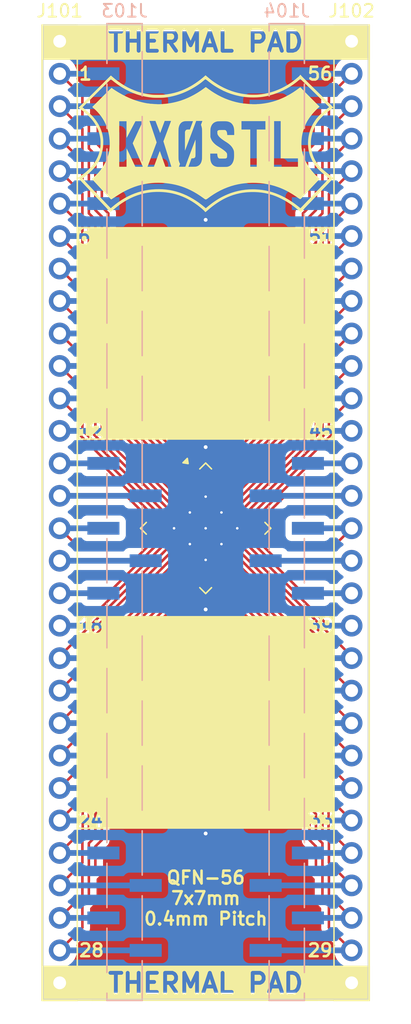
<source format=kicad_pcb>
(kicad_pcb (version 20241229) (generator "pcbnew") (generator_version "9.0")
  (layers (0 "F.Cu" signal) (2 "B.Cu" signal) (13 "F.Paste" user) (15 "B.Paste" user) (5 "F.SilkS" user "F.Silkscreen") (7 "B.SilkS" user "B.Silkscreen") (1 "F.Mask" user) (3 "B.Mask" user) (25 "Edge.Cuts" user))
  (net 0 "")
  (net 1 "/27")
  (net 2 "/10")
  (net 3 "/3")
  (net 4 "/6")
  (net 5 "/8")
  (net 6 "/1")
  (net 7 "/31")
  (net 8 "/7")
  (net 9 "/28")
  (net 10 "/2")
  (net 11 "/32")
  (net 12 "/24")
  (net 13 "/23")
  (net 14 "/19")
  (net 15 "/20")
  (net 16 "/18")
  (net 17 "/9")
  (net 18 "/14")
  (net 19 "/34")
  (net 20 "/26")
  (net 21 "/21")
  (net 22 "/16")
  (net 23 "/29")
  (net 24 "/15")
  (net 25 "/25")
  (net 26 "/30")
  (net 27 "/33")
  (net 28 "/17")
  (net 29 "/5")
  (net 30 "/4")
  (net 31 "/13")
  (net 32 "/12")
  (net 33 "/11")
  (net 34 "/22")
  (net 35 "/43")
  (net 36 "/40")
  (net 37 "/41")
  (net 38 "/48")
  (net 39 "/35")
  (net 40 "/37")
  (net 41 "/49")
  (net 42 "/45")
  (net 43 "/47")
  (net 44 "/39")
  (net 45 "/46")
  (net 46 "/44")
  (net 47 "/42")
  (net 48 "/38")
  (net 49 "/36")
  (net 50 "/57")
  (net 51 "/52")
  (net 52 "/54")
  (net 53 "/56")
  (net 54 "/55")
  (net 55 "/51")
  (net 56 "/53")
  (net 57 "/50")
  (footprint "Package_DFN_QFN:QFN-56-1EP_7x7mm_P0.4mm_EP4x4mm_ThermalVias" (layer "F.Cu") (at 138.43 121.92 -45)
    (property "Reference" "U101" (hide yes))
    (property "Value" "QFN-48")
  )
  (footprint "libraries:LogoSmall" (layer "F.Cu") (at 138.430934 91.818409)
    (property "Reference" "G***" (hide yes))
    (property "Value" "LOGO" (hide yes))
  )
  (footprint "Connector_PinHeader_2.54mm:PinHeader_1x30_P2.54mm_Vertical" (layer "F.Cu") (at 127 83.82)
    (property "Reference" "J101")
    (property "Value" "Conn_01x26")
  )
  (footprint "Connector_PinHeader_2.54mm:PinHeader_1x30_P2.54mm_Vertical" (layer "F.Cu") (at 149.86 83.82)
    (property "Reference" "J102")
    (property "Value" "Conn_01x26")
  )
  (footprint "Connector_PinHeader_2.54mm:PinHeader_1x30_P2.54mm_Vertical_SMD_Pin1Left" (layer "B.Cu") (at 132.08 120.65 180)
    (property "Reference" "J103")
    (property "Value" "Conn_01x26")
  )
  (footprint "Connector_PinHeader_2.54mm:PinHeader_1x30_P2.54mm_Vertical_SMD_Pin1Right" (layer "B.Cu") (at 144.78 120.65 180)
    (property "Reference" "J104")
    (property "Value" "Conn_01x26")
  )
  (gr_rect (start 125.615383 156.185374) (end 130.695383 158.852624) (stroke (width 0.1)) (fill yes) (layer "F.SilkS"))
  (gr_rect (start 130.369738 101.177643) (end 146.465738 114.944643) (stroke (width 0.1)) (fill yes) (layer "F.SilkS"))
  (gr_rect (start 128.409383 130.242) (end 148.475383 143.988) (stroke (width 0.1)) (fill yes) (layer "F.SilkS"))
  (gr_rect (start 130.382133 84.812138) (end 146.180883 85.218538) (stroke (width 0.1)) (fill yes) (layer "F.SilkS"))
  (gr_rect (start 146.053883 156.185374) (end 151.252383 158.852624) (stroke (width 0.1)) (fill yes) (layer "F.SilkS"))
  (gr_rect (start 129.797883 82.551288) (end 146.739633 82.779888) (stroke (width 0.1)) (fill yes) (layer "F.SilkS"))
  (gr_rect (start 130.432883 156.185374) (end 146.485633 156.413724) (stroke (width 0.1)) (fill yes) (layer "F.SilkS"))
  (gr_rect (start 129.493133 158.446224) (end 147.196883 158.852624) (stroke (width 0.1)) (fill yes) (layer "F.SilkS"))
  (gr_rect (start 129.399383 98.401288) (end 146.495383 107.088288) (stroke (width 0.1)) (fill yes) (layer "F.SilkS"))
  (gr_rect (start 130.374383 128.833) (end 146.430383 134.98) (stroke (width 0.1)) (fill yes) (layer "F.SilkS"))
  (gr_rect (start 128.409383 99.779288) (end 148.475383 113.546288) (stroke (width 0.1)) (fill yes) (layer "F.SilkS"))
  (gr_rect (start 125.615383 82.551288) (end 130.695383 85.218538) (stroke (width 0.1)) (fill yes) (layer "F.SilkS"))
  (gr_rect (start 130.420624 136.69101) (end 146.476624 145.37801) (stroke (width 0.1)) (fill yes) (layer "F.SilkS"))
  (gr_rect (start 146.066633 82.551288) (end 151.252383 85.218538) (stroke (width 0.1)) (fill yes) (layer "F.SilkS"))
  (gr_rect (start 125.73 82.55) (end 151.13 158.75) (stroke (width 0.05)) (fill no) (layer "Edge.Cuts"))
  (gr_text "39" (at 148.544598 129.544097 0) (layer "F.SilkS" knockout) (effects (font (size 1 1) (thickness 0.2) (bold yes)) (justify right)))
  (gr_text "56" (at 148.475383 86.361288 0) (layer "F.SilkS") (effects (font (size 1 1) (thickness 0.2) (bold yes)) (justify right)))
  (gr_text "29" (at 148.475383 154.94 0) (layer "F.SilkS") (effects (font (size 1 1) (thickness 0.2) (bold yes)) (justify right)))
  (gr_text "12" (at 128.332383 114.331288 0) (layer "F.SilkS" knockout) (effects (font (size 1 1) (thickness 0.2) (bold yes)) (justify left)))
  (gr_text "QFN-56\n7x7mm\n0.4mm Pitch" (at 138.442383 153.055636 0) (layer "F.SilkS") (effects (font (size 1 1) (thickness 0.2) (bold yes)) (justify bottom)))
  (gr_text "51" (at 148.552383 99.10889 0) (layer "F.SilkS" knockout) (effects (font (size 1 1) (thickness 0.2) (bold yes)) (justify right)))
  (gr_text "33" (at 148.562826 144.776461 0) (layer "F.SilkS" knockout) (effects (font (size 1 1) (thickness 0.2) (bold yes)) (justify right)))
  (gr_text "18" (at 128.322383 129.54 0) (layer "F.SilkS" knockout) (effects (font (size 1 1) (thickness 0.2) (bold yes)) (justify left)))
  (gr_text "THERMAL PAD" (at 138.433883 157.518999 0) (layer "F.SilkS" knockout) (effects (font (size 1.5 1.5) (thickness 0.3))))
  (gr_text "24" (at 128.324433 144.78 0) (layer "F.SilkS" knockout) (effects (font (size 1 1) (thickness 0.2) (bold yes)) (justify left)))
  (gr_text "THERMAL PAD" (at 138.433883 83.884913 0) (layer "F.SilkS" knockout) (effects (font (size 1.5 1.5) (thickness 0.3))))
  (gr_text "6" (at 128.312383 99.111288 0) (layer "F.SilkS" knockout) (effects (font (size 1 1) (thickness 0.2) (bold yes)) (justify left)))
  (gr_text "45" (at 148.538176 114.331288 0) (layer "F.SilkS" knockout) (effects (font (size 1 1) (thickness 0.2) (bold yes)) (justify right)))
  (gr_text "1" (at 128.409383 86.361288 0) (layer "F.SilkS") (effects (font (size 1 1) (thickness 0.2) (bold yes)) (justify left)))
  (gr_text "28" (at 128.409383 154.94 0) (layer "F.SilkS") (effects (font (size 1 1) (thickness 0.2) (bold yes)) (justify left)))
  (segment (start 128.778 150.622) (end 127 152.4) (width 0.2) (layer "F.Cu") (net 1))
  (segment (start 137.404696 126.056574) (end 132.334 131.12727) (width 0.2) (layer "F.Cu") (net 1))
  (segment (start 129.286 148.336) (end 128.778 148.844) (width 0.2) (layer "F.Cu") (net 1))
  (segment (start 129.286 146.558) (end 129.286 148.336) (width 0.2) (layer "F.Cu") (net 1))
  (segment (start 131.318 139.192) (end 130.81 139.7) (width 0.2) (layer "F.Cu") (net 1))
  (segment (start 129.794 146.05) (end 129.286 146.558) (width 0.2) (layer "F.Cu") (net 1))
  (segment (start 131.826 136.906) (end 131.318 137.414) (width 0.2) (layer "F.Cu") (net 1))
  (segment (start 132.334 131.12727) (end 132.334 134.62) (width 0.2) (layer "F.Cu") (net 1))
  (segment (start 131.826 135.128) (end 131.826 136.906) (width 0.2) (layer "F.Cu") (net 1))
  (segment (start 130.81 141.478) (end 130.302 141.986) (width 0.2) (layer "F.Cu") (net 1))
  (segment (start 132.334 134.62) (end 131.826 135.128) (width 0.2) (layer "F.Cu") (net 1))
  (segment (start 130.302 141.986) (end 130.302 143.764) (width 0.2) (layer "F.Cu") (net 1))
  (segment (start 130.302 143.764) (end 129.794 144.272) (width 0.2) (layer "F.Cu") (net 1))
  (segment (start 131.318 137.414) (end 131.318 139.192) (width 0.2) (layer "F.Cu") (net 1))
  (segment (start 128.778 148.844) (end 128.778 150.622) (width 0.2) (layer "F.Cu") (net 1))
  (segment (start 129.794 144.272) (end 129.794 146.05) (width 0.2) (layer "F.Cu") (net 1))
  (segment (start 130.81 139.7) (end 130.81 141.478) (width 0.2) (layer "F.Cu") (net 1))
  (segment (start 130.425 152.4) (end 127 152.4) (width 0.45) (layer "B.Cu") (net 1))
  (segment (start 135.141953 120.046167) (end 129.286 114.190214) (width 0.2) (layer "F.Cu") (net 2))
  (segment (start 129.286 113.284) (end 128.778 112.776) (width 0.2) (layer "F.Cu") (net 2))
  (segment (start 128.778 112.776) (end 128.778 110.998) (width 0.2) (layer "F.Cu") (net 2))
  (segment (start 128.778 110.998) (end 127 109.22) (width 0.2) (layer "F.Cu") (net 2))
  (segment (start 129.286 114.190214) (end 129.286 113.284) (width 0.2) (layer "F.Cu") (net 2))
  (segment (start 133.735 109.22) (end 127 109.22) (width 0.45) (layer "B.Cu") (net 2))
  (segment (start 132.842 111.506) (end 132.334 110.998) (width 0.2) (layer "F.Cu") (net 3))
  (segment (start 130.302 101.854) (end 130.302 100.076) (width 0.2) (layer "F.Cu") (net 3))
  (segment (start 128.778 94.996) (end 128.778 93.218) (width 0.2) (layer "F.Cu") (net 3))
  (segment (start 130.302 100.076) (end 129.794 99.568) (width 0.2) (layer "F.Cu") (net 3))
  (segment (start 131.826 106.934) (end 131.318 106.426) (width 0.2) (layer "F.Cu") (net 3))
  (segment (start 132.842 113.786416) (end 132.842 111.506) (width 0.2) (layer "F.Cu") (net 3))
  (segment (start 128.778 93.218) (end 127 91.44) (width 0.2) (layer "F.Cu") (net 3))
  (segment (start 129.794 97.79) (end 129.286 97.282) (width 0.2) (layer "F.Cu") (net 3))
  (segment (start 129.794 99.568) (end 129.794 97.79) (width 0.2) (layer "F.Cu") (net 3))
  (segment (start 131.318 104.648) (end 130.81 104.14) (width 0.2) (layer "F.Cu") (net 3))
  (segment (start 137.121852 118.066268) (end 132.842 113.786416) (width 0.2) (layer "F.Cu") (net 3))
  (segment (start 131.826 108.712) (end 131.826 106.934) (width 0.2) (layer "F.Cu") (net 3))
  (segment (start 132.334 110.998) (end 132.334 109.22) (width 0.2) (layer "F.Cu") (net 3))
  (segment (start 129.286 95.504) (end 128.778 94.996) (width 0.2) (layer "F.Cu") (net 3))
  (segment (start 132.334 109.22) (end 131.826 108.712) (width 0.2) (layer "F.Cu") (net 3))
  (segment (start 131.318 106.426) (end 131.318 104.648) (width 0.2) (layer "F.Cu") (net 3))
  (segment (start 130.81 102.362) (end 130.302 101.854) (width 0.2) (layer "F.Cu") (net 3))
  (segment (start 129.286 97.282) (end 129.286 95.504) (width 0.2) (layer "F.Cu") (net 3))
  (segment (start 130.81 104.14) (end 130.81 102.362) (width 0.2) (layer "F.Cu") (net 3))
  (segment (start 127 91.44) (end 130.425 91.44) (width 0.45) (layer "B.Cu") (net 3))
  (segment (start 129.794 107.188) (end 129.794 105.41) (width 0.2) (layer "F.Cu") (net 4))
  (segment (start 131.318 113.959472) (end 131.318 112.268) (width 0.2) (layer "F.Cu") (net 4))
  (segment (start 130.81 109.982) (end 130.302 109.474) (width 0.2) (layer "F.Cu") (net 4))
  (segment (start 130.302 109.474) (end 130.302 107.696) (width 0.2) (layer "F.Cu") (net 4))
  (segment (start 128.778 102.616) (end 128.778 100.838) (width 0.2) (layer "F.Cu") (net 4))
  (segment (start 129.286 104.902) (end 129.286 103.124) (width 0.2) (layer "F.Cu") (net 4))
  (segment (start 130.302 107.696) (end 129.794 107.188) (width 0.2) (layer "F.Cu") (net 4))
  (segment (start 129.286 103.124) (end 128.778 102.616) (width 0.2) (layer "F.Cu") (net 4))
  (segment (start 129.794 105.41) (end 129.286 104.902) (width 0.2) (layer "F.Cu") (net 4))
  (segment (start 128.778 100.838) (end 127 99.06) (width 0.2) (layer "F.Cu") (net 4))
  (segment (start 131.318 112.268) (end 130.81 111.76) (width 0.2) (layer "F.Cu") (net 4))
  (segment (start 130.81 111.76) (end 130.81 109.982) (width 0.2) (layer "F.Cu") (net 4))
  (segment (start 136.273325 118.914797) (end 131.318 113.959472) (width 0.2) (layer "F.Cu") (net 4))
  (segment (start 133.735 99.06) (end 127 99.06) (width 0.45) (layer "B.Cu") (net 4))
  (segment (start 128.778 105.918) (end 127 104.14) (width 0.2) (layer "F.Cu") (net 5))
  (segment (start 135.707639 119.480482) (end 130.302 114.074843) (width 0.2) (layer "F.Cu") (net 5))
  (segment (start 130.302 114.074843) (end 130.302 112.776) (width 0.2) (layer "F.Cu") (net 5))
  (segment (start 129.286 109.982) (end 129.286 108.204) (width 0.2) (layer "F.Cu") (net 5))
  (segment (start 129.794 112.268) (end 129.794 110.49) (width 0.2) (layer "F.Cu") (net 5))
  (segment (start 128.778 107.696) (end 128.778 105.918) (width 0.2) (layer "F.Cu") (net 5))
  (segment (start 129.794 110.49) (end 129.286 109.982) (width 0.2) (layer "F.Cu") (net 5))
  (segment (start 130.302 112.776) (end 129.794 112.268) (width 0.2) (layer "F.Cu") (net 5))
  (segment (start 129.286 108.204) (end 128.778 107.696) (width 0.2) (layer "F.Cu") (net 5))
  (segment (start 133.735 104.14) (end 127 104.14) (width 0.45) (layer "B.Cu") (net 5))
  (segment (start 128.778 88.138) (end 127 86.36) (width 0.2) (layer "F.Cu") (net 6))
  (segment (start 129.286 92.202) (end 129.286 90.424) (width 0.2) (layer "F.Cu") (net 6))
  (segment (start 129.286 90.424) (end 128.778 89.916) (width 0.2) (layer "F.Cu") (net 6))
  (segment (start 130.302 96.774) (end 130.302 94.996) (width 0.2) (layer "F.Cu") (net 6))
  (segment (start 133.858 113.671045) (end 133.858 110.998) (width 0.2) (layer "F.Cu") (net 6))
  (segment (start 131.826 103.632) (end 131.826 101.854) (width 0.2) (layer "F.Cu") (net 6))
  (segment (start 131.318 101.346) (end 131.318 99.568) (width 0.2) (layer "F.Cu") (net 6))
  (segment (start 129.794 92.71) (end 129.286 92.202) (width 0.2) (layer "F.Cu") (net 6))
  (segment (start 133.35 110.49) (end 133.35 108.712) (width 0.2) (layer "F.Cu") (net 6))
  (segment (start 132.842 106.426) (end 132.334 105.918) (width 0.2) (layer "F.Cu") (net 6))
  (segment (start 133.858 110.998) (end 133.35 110.49) (width 0.2) (layer "F.Cu") (net 6))
  (segment (start 131.826 101.854) (end 131.318 101.346) (width 0.2) (layer "F.Cu") (net 6))
  (segment (start 130.302 94.996) (end 129.794 94.488) (width 0.2) (layer "F.Cu") (net 6))
  (segment (start 132.334 104.14) (end 131.826 103.632) (width 0.2) (layer "F.Cu") (net 6))
  (segment (start 132.334 105.918) (end 132.334 104.14) (width 0.2) (layer "F.Cu") (net 6))
  (segment (start 130.81 97.282) (end 130.302 96.774) (width 0.2) (layer "F.Cu") (net 6))
  (segment (start 133.35 108.712) (end 132.842 108.204) (width 0.2) (layer "F.Cu") (net 6))
  (segment (start 130.81 99.06) (end 130.81 97.282) (width 0.2) (layer "F.Cu") (net 6))
  (segment (start 131.318 99.568) (end 130.81 99.06) (width 0.2) (layer "F.Cu") (net 6))
  (segment (start 129.794 94.488) (end 129.794 92.71) (width 0.2) (layer "F.Cu") (net 6))
  (segment (start 128.778 89.916) (end 128.778 88.138) (width 0.2) (layer "F.Cu") (net 6))
  (segment (start 137.687538 117.500583) (end 133.858 113.671045) (width 0.2) (layer "F.Cu") (net 6))
  (segment (start 132.842 108.204) (end 132.842 106.426) (width 0.2) (layer "F.Cu") (net 6))
  (segment (start 127 86.36) (end 130.425 86.36) (width 0.45) (layer "B.Cu") (net 6))
  (segment (start 145.542 136.652) (end 146.05 137.16) (width 0.2) (layer "F.Cu") (net 7))
  (segment (start 148.082 148.082) (end 149.86 149.86) (width 0.2) (layer "F.Cu") (net 7))
  (segment (start 146.05 137.16) (end 146.05 138.938) (width 0.2) (layer "F.Cu") (net 7))
  (segment (start 145.034 134.366) (end 145.542 134.874) (width 0.2) (layer "F.Cu") (net 7))
  (segment (start 139.738148 125.773732) (end 145.034 131.069584) (width 0.2) (layer "F.Cu") (net 7))
  (segment (start 147.574 144.018) (end 147.574 145.796) (width 0.2) (layer "F.Cu") (net 7))
  (segment (start 147.066 143.51) (end 147.574 144.018) (width 0.2) (layer "F.Cu") (net 7))
  (segment (start 145.542 134.874) (end 145.542 136.652) (width 0.2) (layer "F.Cu") (net 7))
  (segment (start 146.05 138.938) (end 146.558 139.446) (width 0.2) (layer "F.Cu") (net 7))
  (segment (start 146.558 141.224) (end 147.066 141.732) (width 0.2) (layer "F.Cu") (net 7))
  (segment (start 147.066 141.732) (end 147.066 143.51) (width 0.2) (layer "F.Cu") (net 7))
  (segment (start 147.574 145.796) (end 148.082 146.304) (width 0.2) (layer "F.Cu") (net 7))
  (segment (start 148.082 146.304) (end 148.082 148.082) (width 0.2) (layer "F.Cu") (net 7))
  (segment (start 145.034 131.069584) (end 145.034 134.366) (width 0.2) (layer "F.Cu") (net 7))
  (segment (start 146.558 139.446) (end 146.558 141.224) (width 0.2) (layer "F.Cu") (net 7))
  (segment (start 143.125 149.86) (end 149.86 149.86) (width 0.45) (layer "B.Cu") (net 7))
  (segment (start 128.778 105.156) (end 128.778 103.378) (width 0.2) (layer "F.Cu") (net 8))
  (segment (start 129.794 107.95) (end 129.286 107.442) (width 0.2) (layer "F.Cu") (net 8))
  (segment (start 130.81 114.017157) (end 130.81 112.522) (width 0.2) (layer "F.Cu") (net 8))
  (segment (start 129.286 107.442) (end 129.286 105.664) (width 0.2) (layer "F.Cu") (net 8))
  (segment (start 129.286 105.664) (end 128.778 105.156) (width 0.2) (layer "F.Cu") (net 8))
  (segment (start 135.990482 119.197639) (end 130.81 114.017157) (width 0.2) (layer "F.Cu") (net 8))
  (segment (start 130.81 112.522) (end 130.302 112.014) (width 0.2) (layer "F.Cu") (net 8))
  (segment (start 128.778 103.378) (end 127 101.6) (width 0.2) (layer "F.Cu") (net 8))
  (segment (start 129.794 109.728) (end 129.794 107.95) (width 0.2) (layer "F.Cu") (net 8))
  (segment (start 130.302 110.236) (end 129.794 109.728) (width 0.2) (layer "F.Cu") (net 8))
  (segment (start 130.302 112.014) (end 130.302 110.236) (width 0.2) (layer "F.Cu") (net 8))
  (segment (start 127 101.6) (end 130.425 101.6) (width 0.45) (layer "B.Cu") (net 8))
  (segment (start 131.826 137.668) (end 131.826 139.446) (width 0.2) (layer "F.Cu") (net 9))
  (segment (start 137.687538 126.339417) (end 132.842 131.184955) (width 0.2) (layer "F.Cu") (net 9))
  (segment (start 132.334 135.382) (end 132.334 137.16) (width 0.2) (layer "F.Cu") (net 9))
  (segment (start 128.778 151.384) (end 128.778 153.162) (width 0.2) (layer "F.Cu") (net 9))
  (segment (start 131.826 139.446) (end 131.318 139.954) (width 0.2) (layer "F.Cu") (net 9))
  (segment (start 128.778 153.162) (end 127 154.94) (width 0.2) (layer "F.Cu") (net 9))
  (segment (start 130.81 144.018) (end 130.302 144.526) (width 0.2) (layer "F.Cu") (net 9))
  (segment (start 132.334 137.16) (end 131.826 137.668) (width 0.2) (layer "F.Cu") (net 9))
  (segment (start 129.794 146.812) (end 129.794 148.59) (width 0.2) (layer "F.Cu") (net 9))
  (segment (start 129.794 148.59) (end 129.286 149.098) (width 0.2) (layer "F.Cu") (net 9))
  (segment (start 132.842 134.874) (end 132.334 135.382) (width 0.2) (layer "F.Cu") (net 9))
  (segment (start 131.318 139.954) (end 131.318 141.732) (width 0.2) (layer "F.Cu") (net 9))
  (segment (start 132.842 131.184955) (end 132.842 134.874) (width 0.2) (layer "F.Cu") (net 9))
  (segment (start 129.286 150.876) (end 128.778 151.384) (width 0.2) (layer "F.Cu") (net 9))
  (segment (start 131.318 141.732) (end 130.81 142.24) (width 0.2) (layer "F.Cu") (net 9))
  (segment (start 130.302 144.526) (end 130.302 146.304) (width 0.2) (layer "F.Cu") (net 9))
  (segment (start 130.81 142.24) (end 130.81 144.018) (width 0.2) (layer "F.Cu") (net 9))
  (segment (start 130.302 146.304) (end 129.794 146.812) (width 0.2) (layer "F.Cu") (net 9))
  (segment (start 129.286 149.098) (end 129.286 150.876) (width 0.2) (layer "F.Cu") (net 9))
  (segment (start 127 154.94) (end 133.735 154.94) (width 0.45) (layer "B.Cu") (net 9))
  (segment (start 130.81 99.822) (end 130.302 99.314) (width 0.2) (layer "F.Cu") (net 10))
  (segment (start 132.334 106.68) (end 131.826 106.172) (width 0.2) (layer "F.Cu") (net 10))
  (segment (start 137.404696 117.783426) (end 133.35 113.72873) (width 0.2) (layer "F.Cu") (net 10))
  (segment (start 132.842 110.744) (end 132.842 108.966) (width 0.2) (layer "F.Cu") (net 10))
  (segment (start 132.842 108.966) (end 132.334 108.458) (width 0.2) (layer "F.Cu") (net 10))
  (segment (start 129.794 95.25) (end 129.286 94.742) (width 0.2) (layer "F.Cu") (net 10))
  (segment (start 130.302 97.536) (end 129.794 97.028) (width 0.2) (layer "F.Cu") (net 10))
  (segment (start 128.778 92.456) (end 128.778 90.678) (width 0.2) (layer "F.Cu") (net 10))
  (segment (start 129.286 94.742) (end 129.286 92.964) (width 0.2) (layer "F.Cu") (net 10))
  (segment (start 131.826 104.394) (end 131.318 103.886) (width 0.2) (layer "F.Cu") (net 10))
  (segment (start 132.334 108.458) (end 132.334 106.68) (width 0.2) (layer "F.Cu") (net 10))
  (segment (start 129.794 97.028) (end 129.794 95.25) (width 0.2) (layer "F.Cu") (net 10))
  (segment (start 133.35 111.252) (end 132.842 110.744) (width 0.2) (layer "F.Cu") (net 10))
  (segment (start 128.778 90.678) (end 127 88.9) (width 0.2) (layer "F.Cu") (net 10))
  (segment (start 131.826 106.172) (end 131.826 104.394) (width 0.2) (layer "F.Cu") (net 10))
  (segment (start 131.318 103.886) (end 131.318 102.108) (width 0.2) (layer "F.Cu") (net 10))
  (segment (start 130.302 99.314) (end 130.302 97.536) (width 0.2) (layer "F.Cu") (net 10))
  (segment (start 129.286 92.964) (end 128.778 92.456) (width 0.2) (layer "F.Cu") (net 10))
  (segment (start 130.81 101.6) (end 130.81 99.822) (width 0.2) (layer "F.Cu") (net 10))
  (segment (start 133.35 113.72873) (end 133.35 111.252) (width 0.2) (layer "F.Cu") (net 10))
  (segment (start 131.318 102.108) (end 130.81 101.6) (width 0.2) (layer "F.Cu") (net 10))
  (segment (start 133.735 88.9) (end 127 88.9) (width 0.45) (layer "B.Cu") (net 10))
  (segment (start 147.574 143.157843) (end 148.053157 143.637) (width 0.2) (layer "F.Cu") (net 11))
  (segment (start 146.558 138.684) (end 147.066 139.192) (width 0.2) (layer "F.Cu") (net 11))
  (segment (start 147.574 141.478) (end 147.574 143.157843) (width 0.2) (layer "F.Cu") (net 11))
  (segment (start 145.542 134.112) (end 146.05 134.62) (width 0.2) (layer "F.Cu") (net 11))
  (segment (start 146.05 134.62) (end 146.05 136.398) (width 0.2) (layer "F.Cu") (net 11))
  (segment (start 148.053157 145.513157) (end 149.86 147.32) (width 0.2) (layer "F.Cu") (net 11))
  (segment (start 140.02099 125.490889) (end 145.542 131.011899) (width 0.2) (layer "F.Cu") (net 11))
  (segment (start 147.066 140.97) (end 147.574 141.478) (width 0.2) (layer "F.Cu") (net 11))
  (segment (start 148.053157 143.637) (end 148.053157 145.513157) (width 0.2) (layer "F.Cu") (net 11))
  (segment (start 146.05 136.398) (end 146.558 136.906) (width 0.2) (layer "F.Cu") (net 11))
  (segment (start 145.542 131.011899) (end 145.542 134.112) (width 0.2) (layer "F.Cu") (net 11))
  (segment (start 146.558 136.906) (end 146.558 138.684) (width 0.2) (layer "F.Cu") (net 11))
  (segment (start 147.066 139.192) (end 147.066 140.97) (width 0.2) (layer "F.Cu") (net 11))
  (segment (start 149.86 147.32) (end 146.435 147.32) (width 0.45) (layer "B.Cu") (net 11))
  (segment (start 130.302 136.144) (end 129.794 136.652) (width 0.2) (layer "F.Cu") (net 12))
  (segment (start 129.794 138.43) (end 129.286 138.938) (width 0.2) (layer "F.Cu") (net 12))
  (segment (start 136.556167 125.208047) (end 130.81 130.954214) (width 0.2) (layer "F.Cu") (net 12))
  (segment (start 129.794 136.652) (end 129.794 138.43) (width 0.2) (layer "F.Cu") (net 12))
  (segment (start 128.778 143.002) (end 127 144.78) (width 0.2) (layer "F.Cu") (net 12))
  (segment (start 130.302 134.366) (end 130.302 136.144) (width 0.2) (layer "F.Cu") (net 12))
  (segment (start 129.286 138.938) (end 129.286 140.716) (width 0.2) (layer "F.Cu") (net 12))
  (segment (start 130.81 130.954214) (end 130.81 133.858) (width 0.2) (layer "F.Cu") (net 12))
  (segment (start 130.81 133.858) (end 130.302 134.366) (width 0.2) (layer "F.Cu") (net 12))
  (segment (start 128.778 141.224) (end 128.778 143.002) (width 0.2) (layer "F.Cu") (net 12))
  (segment (start 129.286 140.716) (end 128.778 141.224) (width 0.2) (layer "F.Cu") (net 12))
  (segment (start 133.735 144.78) (end 127 144.78) (width 0.45) (layer "B.Cu") (net 12))
  (segment (start 128.778 138.684) (end 128.778 140.462) (width 0.2) (layer "F.Cu") (net 13))
  (segment (start 136.273325 124.925203) (end 130.302 130.896528) (width 0.2) (layer "F.Cu") (net 13))
  (segment (start 129.794 135.89) (end 129.286 136.398) (width 0.2) (layer "F.Cu") (net 13))
  (segment (start 129.286 136.398) (end 129.286 138.176) (width 0.2) (layer "F.Cu") (net 13))
  (segment (start 128.778 140.462) (end 127 142.24) (width 0.2) (layer "F.Cu") (net 13))
  (segment (start 129.286 138.176) (end 128.778 138.684) (width 0.2) (layer "F.Cu") (net 13))
  (segment (start 130.302 130.896528) (end 130.302 133.604) (width 0.2) (layer "F.Cu") (net 13))
  (segment (start 130.302 133.604) (end 129.794 134.112) (width 0.2) (layer "F.Cu") (net 13))
  (segment (start 129.794 134.112) (end 129.794 135.89) (width 0.2) (layer "F.Cu") (net 13))
  (segment (start 127 142.24) (end 130.425 142.24) (width 0.45) (layer "B.Cu") (net 13))
  (segment (start 127 132.08) (end 127 131.935786) (width 0.2) (layer "F.Cu") (net 14))
  (segment (start 127 131.935786) (end 135.141953 123.793833) (width 0.2) (layer "F.Cu") (net 14))
  (segment (start 127 132.08) (end 130.425 132.08) (width 0.45) (layer "B.Cu") (net 14))
  (segment (start 135.424797 124.076675) (end 128.778 130.723472) (width 0.2) (layer "F.Cu") (net 15))
  (segment (start 128.778 132.842) (end 127 134.62) (width 0.2) (layer "F.Cu") (net 15))
  (segment (start 128.778 130.723472) (end 128.778 132.842) (width 0.2) (layer "F.Cu") (net 15))
  (segment (start 133.735 134.62) (end 127 134.62) (width 0.45) (layer "B.Cu") (net 15))
  (segment (start 134.859111 123.51099) (end 128.830101 129.54) (width 0.2) (layer "F.Cu") (net 16))
  (segment (start 128.830101 129.54) (end 127 129.54) (width 0.2) (layer "F.Cu") (net 16))
  (segment (start 133.735 129.54) (end 127 129.54) (width 0.45) (layer "B.Cu") (net 16))
  (segment (start 129.794 114.132528) (end 129.794 113.03) (width 0.2) (layer "F.Cu") (net 17))
  (segment (start 135.424797 119.763325) (end 129.794 114.132528) (width 0.2) (layer "F.Cu") (net 17))
  (segment (start 128.778 110.236) (end 128.778 108.458) (width 0.2) (layer "F.Cu") (net 17))
  (segment (start 129.794 113.03) (end 129.286 112.522) (width 0.2) (layer "F.Cu") (net 17))
  (segment (start 129.286 110.744) (end 128.778 110.236) (width 0.2) (layer "F.Cu") (net 17))
  (segment (start 128.778 108.458) (end 127 106.68) (width 0.2) (layer "F.Cu") (net 17))
  (segment (start 129.286 112.522) (end 129.286 110.744) (width 0.2) (layer "F.Cu") (net 17))
  (segment (start 127 106.68) (end 130.425 106.68) (width 0.45) (layer "B.Cu") (net 17))
  (segment (start 134.010583 121.177538) (end 132.213045 119.38) (width 0.2) (layer "F.Cu") (net 18))
  (segment (start 132.213045 119.38) (end 127 119.38) (width 0.2) (layer "F.Cu") (net 18))
  (segment (start 133.735 119.38) (end 127 119.38) (width 0.45) (layer "B.Cu") (net 18))
  (segment (start 140.586675 124.925203) (end 146.558 130.896528) (width 0.2) (layer "F.Cu") (net 19))
  (segment (start 147.066 134.112) (end 147.066 135.89) (width 0.2) (layer "F.Cu") (net 19))
  (segment (start 147.574 138.176) (end 148.082 138.684) (width 0.2) (layer "F.Cu") (net 19))
  (segment (start 146.558 130.896528) (end 146.558 133.604) (width 0.2) (layer "F.Cu") (net 19))
  (segment (start 147.066 135.89) (end 147.574 136.398) (width 0.2) (layer "F.Cu") (net 19))
  (segment (start 148.082 140.462) (end 149.86 142.24) (width 0.2) (layer "F.Cu") (net 19))
  (segment (start 148.082 138.684) (end 148.082 140.462) (width 0.2) (layer "F.Cu") (net 19))
  (segment (start 146.558 133.604) (end 147.066 134.112) (width 0.2) (layer "F.Cu") (net 19))
  (segment (start 147.574 136.398) (end 147.574 138.176) (width 0.2) (layer "F.Cu") (net 19))
  (segment (start 149.86 142.24) (end 146.435 142.24) (width 0.45) (layer "B.Cu") (net 19))
  (segment (start 129.794 143.51) (end 129.286 144.018) (width 0.2) (layer "F.Cu") (net 20))
  (segment (start 128.778 148.082) (end 127 149.86) (width 0.2) (layer "F.Cu") (net 20))
  (segment (start 130.302 139.446) (end 130.302 141.224) (width 0.2) (layer "F.Cu") (net 20))
  (segment (start 129.794 141.732) (end 129.794 143.51) (width 0.2) (layer "F.Cu") (net 20))
  (segment (start 131.318 134.874) (end 131.318 136.652) (width 0.2) (layer "F.Cu") (net 20))
  (segment (start 130.81 138.938) (end 130.302 139.446) (width 0.2) (layer "F.Cu") (net 20))
  (segment (start 137.121852 125.773732) (end 131.826 131.069584) (width 0.2) (layer "F.Cu") (net 20))
  (segment (start 130.302 141.224) (end 129.794 141.732) (width 0.2) (layer "F.Cu") (net 20))
  (segment (start 131.318 136.652) (end 130.81 137.16) (width 0.2) (layer "F.Cu") (net 20))
  (segment (start 129.286 144.018) (end 129.286 145.796) (width 0.2) (layer "F.Cu") (net 20))
  (segment (start 131.826 134.366) (end 131.318 134.874) (width 0.2) (layer "F.Cu") (net 20))
  (segment (start 128.778 146.304) (end 128.778 148.082) (width 0.2) (layer "F.Cu") (net 20))
  (segment (start 131.826 131.069584) (end 131.826 134.366) (width 0.2) (layer "F.Cu") (net 20))
  (segment (start 130.81 137.16) (end 130.81 138.938) (width 0.2) (layer "F.Cu") (net 20))
  (segment (start 129.286 145.796) (end 128.778 146.304) (width 0.2) (layer "F.Cu") (net 20))
  (segment (start 127 149.86) (end 133.735 149.86) (width 0.45) (layer "B.Cu") (net 20))
  (segment (start 128.778 135.382) (end 127 137.16) (width 0.2) (layer "F.Cu") (net 21))
  (segment (start 135.707639 124.359518) (end 129.286 130.781157) (width 0.2) (layer "F.Cu") (net 21))
  (segment (start 129.286 130.781157) (end 129.286 133.096) (width 0.2) (layer "F.Cu") (net 21))
  (segment (start 128.778 133.604) (end 128.778 135.382) (width 0.2) (layer "F.Cu") (net 21))
  (segment (start 129.286 133.096) (end 128.778 133.604) (width 0.2) (layer "F.Cu") (net 21))
  (segment (start 127 137.16) (end 130.425 137.16) (width 0.45) (layer "B.Cu") (net 21))
  (segment (start 132.77873 124.46) (end 127 124.46) (width 0.2) (layer "F.Cu") (net 22))
  (segment (start 134.293426 122.945304) (end 132.77873 124.46) (width 0.2) (layer "F.Cu") (net 22))
  (segment (start 133.735 124.46) (end 127 124.46) (width 0.45) (layer "B.Cu") (net 22))
  (segment (start 145.542 139.954) (end 145.542 141.732) (width 0.2) (layer "F.Cu") (net 23))
  (segment (start 145.034 137.668) (end 145.034 139.446) (width 0.2) (layer "F.Cu") (net 23))
  (segment (start 144.018 134.874) (end 144.526 135.382) (width 0.2) (layer "F.Cu") (net 23))
  (segment (start 147.066 148.59) (end 147.574 149.098) (width 0.2) (layer "F.Cu") (net 23))
  (segment (start 147.574 149.098) (end 147.574 150.876) (width 0.2) (layer "F.Cu") (net 23))
  (segment (start 144.526 137.16) (end 145.034 137.668) (width 0.2) (layer "F.Cu") (net 23))
  (segment (start 146.558 144.526) (end 146.558 146.304) (width 0.2) (layer "F.Cu") (net 23))
  (segment (start 144.526 135.382) (end 144.526 137.16) (width 0.2) (layer "F.Cu") (net 23))
  (segment (start 146.05 144.018) (end 146.558 144.526) (width 0.2) (layer "F.Cu") (net 23))
  (segment (start 148.082 153.162) (end 149.86 154.94) (width 0.2) (layer "F.Cu") (net 23))
  (segment (start 147.066 146.812) (end 147.066 148.59) (width 0.2) (layer "F.Cu") (net 23))
  (segment (start 146.05 142.24) (end 146.05 144.018) (width 0.2) (layer "F.Cu") (net 23))
  (segment (start 145.542 141.732) (end 146.05 142.24) (width 0.2) (layer "F.Cu") (net 23))
  (segment (start 148.082 151.384) (end 148.082 153.162) (width 0.2) (layer "F.Cu") (net 23))
  (segment (start 146.558 146.304) (end 147.066 146.812) (width 0.2) (layer "F.Cu") (net 23))
  (segment (start 145.034 139.446) (end 145.542 139.954) (width 0.2) (layer "F.Cu") (net 23))
  (segment (start 139.172462 126.339417) (end 144.018 131.184955) (width 0.2) (layer "F.Cu") (net 23))
  (segment (start 147.574 150.876) (end 148.082 151.384) (width 0.2) (layer "F.Cu") (net 23))
  (segment (start 144.018 131.184955) (end 144.018 134.874) (width 0.2) (layer "F.Cu") (net 23))
  (segment (start 143.125 154.94) (end 149.86 154.94) (width 0.45) (layer "B.Cu") (net 23))
  (segment (start 133.483045 123.19) (end 128.27 123.19) (width 0.2) (layer "F.Cu") (net 24))
  (segment (start 134.010583 122.662462) (end 133.483045 123.19) (width 0.2) (layer "F.Cu") (net 24))
  (segment (start 128.27 123.19) (end 127 121.92) (width 0.2) (layer "F.Cu") (net 24))
  (segment (start 127 121.92) (end 130.425 121.92) (width 0.45) (layer "B.Cu") (net 24))
  (segment (start 130.81 136.398) (end 130.302 136.906) (width 0.2) (layer "F.Cu") (net 25))
  (segment (start 128.806843 143.637) (end 128.806843 145.513157) (width 0.2) (layer "F.Cu") (net 25))
  (segment (start 131.318 134.112) (end 130.81 134.62) (width 0.2) (layer "F.Cu") (net 25))
  (segment (start 129.794 139.192) (end 129.794 140.97) (width 0.2) (layer "F.Cu") (net 25))
  (segment (start 136.83901 125.490889) (end 131.318 131.011899) (width 0.2) (layer "F.Cu") (net 25))
  (segment (start 130.81 134.62) (end 130.81 136.398) (width 0.2) (layer "F.Cu") (net 25))
  (segment (start 130.302 138.684) (end 129.794 139.192) (width 0.2) (layer "F.Cu") (net 25))
  (segment (start 131.318 131.011899) (end 131.318 134.112) (width 0.2) (layer "F.Cu") (net 25))
  (segment (start 128.806843 145.513157) (end 127 147.32) (width 0.2) (layer "F.Cu") (net 25))
  (segment (start 130.302 136.906) (end 130.302 138.684) (width 0.2) (layer "F.Cu") (net 25))
  (segment (start 129.286 143.157843) (end 128.806843 143.637) (width 0.2) (layer "F.Cu") (net 25))
  (segment (start 129.286 141.478) (end 129.286 143.157843) (width 0.2) (layer "F.Cu") (net 25))
  (segment (start 129.794 140.97) (end 129.286 141.478) (width 0.2) (layer "F.Cu") (net 25))
  (segment (start 130.425 147.32) (end 127 147.32) (width 0.45) (layer "B.Cu") (net 25))
  (segment (start 145.034 135.128) (end 145.034 136.906) (width 0.2) (layer "F.Cu") (net 26))
  (segment (start 148.082 150.622) (end 149.86 152.4) (width 0.2) (layer "F.Cu") (net 26))
  (segment (start 145.034 136.906) (end 145.542 137.414) (width 0.2) (layer "F.Cu") (net 26))
  (segment (start 147.574 146.558) (end 147.574 148.336) (width 0.2) (layer "F.Cu") (net 26))
  (segment (start 147.066 144.272) (end 147.066 146.05) (width 0.2) (layer "F.Cu") (net 26))
  (segment (start 145.542 137.414) (end 145.542 139.192) (width 0.2) (layer "F.Cu") (net 26))
  (segment (start 148.082 148.844) (end 148.082 150.622) (width 0.2) (layer "F.Cu") (net 26))
  (segment (start 144.526 131.12727) (end 144.526 134.62) (width 0.2) (layer "F.Cu") (net 26))
  (segment (start 146.05 141.478) (end 146.558 141.986) (width 0.2) (layer "F.Cu") (net 26))
  (segment (start 139.455304 126.056574) (end 144.526 131.12727) (width 0.2) (layer "F.Cu") (net 26))
  (segment (start 147.066 146.05) (end 147.574 146.558) (width 0.2) (layer "F.Cu") (net 26))
  (segment (start 146.05 139.7) (end 146.05 141.478) (width 0.2) (layer "F.Cu") (net 26))
  (segment (start 146.558 141.986) (end 146.558 143.764) (width 0.2) (layer "F.Cu") (net 26))
  (segment (start 147.574 148.336) (end 148.082 148.844) (width 0.2) (layer "F.Cu") (net 26))
  (segment (start 145.542 139.192) (end 146.05 139.7) (width 0.2) (layer "F.Cu") (net 26))
  (segment (start 144.526 134.62) (end 145.034 135.128) (width 0.2) (layer "F.Cu") (net 26))
  (segment (start 146.558 143.764) (end 147.066 144.272) (width 0.2) (layer "F.Cu") (net 26))
  (segment (start 146.435 152.4) (end 149.86 152.4) (width 0.45) (layer "B.Cu") (net 26))
  (segment (start 147.574 138.938) (end 147.574 140.716) (width 0.2) (layer "F.Cu") (net 27))
  (segment (start 146.05 130.954214) (end 146.05 133.858) (width 0.2) (layer "F.Cu") (net 27))
  (segment (start 147.574 140.716) (end 148.082 141.224) (width 0.2) (layer "F.Cu") (net 27))
  (segment (start 148.082 143.002) (end 149.86 144.78) (width 0.2) (layer "F.Cu") (net 27))
  (segment (start 146.558 134.366) (end 146.558 136.144) (width 0.2) (layer "F.Cu") (net 27))
  (segment (start 147.066 136.652) (end 147.066 138.43) (width 0.2) (layer "F.Cu") (net 27))
  (segment (start 146.05 133.858) (end 146.558 134.366) (width 0.2) (layer "F.Cu") (net 27))
  (segment (start 148.082 141.224) (end 148.082 143.002) (width 0.2) (layer "F.Cu") (net 27))
  (segment (start 140.303833 125.208047) (end 146.05 130.954214) (width 0.2) (layer "F.Cu") (net 27))
  (segment (start 147.066 138.43) (end 147.574 138.938) (width 0.2) (layer "F.Cu") (net 27))
  (segment (start 146.558 136.144) (end 147.066 136.652) (width 0.2) (layer "F.Cu") (net 27))
  (segment (start 143.125 144.78) (end 149.86 144.78) (width 0.45) (layer "B.Cu") (net 27))
  (segment (start 130.804416 127) (end 127 127) (width 0.2) (layer "F.Cu") (net 28))
  (segment (start 134.576268 123.228148) (end 130.804416 127) (width 0.2) (layer "F.Cu") (net 28))
  (segment (start 127 127) (end 130.425 127) (width 0.45) (layer "B.Cu") (net 28))
  (segment (start 129.794 104.648) (end 129.794 102.87) (width 0.2) (layer "F.Cu") (net 29))
  (segment (start 131.826 113.901786) (end 131.826 112.014) (width 0.2) (layer "F.Cu") (net 29))
  (segment (start 131.318 111.506) (end 131.318 109.728) (width 0.2) (layer "F.Cu") (net 29))
  (segment (start 130.81 107.442) (end 130.302 106.934) (width 0.2) (layer "F.Cu") (net 29))
  (segment (start 129.794 102.87) (end 129.286 102.362) (width 0.2) (layer "F.Cu") (net 29))
  (segment (start 130.81 109.22) (end 130.81 107.442) (width 0.2) (layer "F.Cu") (net 29))
  (segment (start 130.302 106.934) (end 130.302 105.156) (width 0.2) (layer "F.Cu") (net 29))
  (segment (start 128.778 98.298) (end 127 96.52) (width 0.2) (layer "F.Cu") (net 29))
  (segment (start 131.826 112.014) (end 131.318 111.506) (width 0.2) (layer "F.Cu") (net 29))
  (segment (start 128.778 100.076) (end 128.778 98.298) (width 0.2) (layer "F.Cu") (net 29))
  (segment (start 129.286 100.584) (end 128.778 100.076) (width 0.2) (layer "F.Cu") (net 29))
  (segment (start 131.318 109.728) (end 130.81 109.22) (width 0.2) (layer "F.Cu") (net 29))
  (segment (start 129.286 102.362) (end 129.286 100.584) (width 0.2) (layer "F.Cu") (net 29))
  (segment (start 130.302 105.156) (end 129.794 104.648) (width 0.2) (layer "F.Cu") (net 29))
  (segment (start 136.556167 118.631953) (end 131.826 113.901786) (width 0.2) (layer "F.Cu") (net 29))
  (segment (start 127 96.52) (end 130.425 96.52) (width 0.45) (layer "B.Cu") (net 29))
  (segment (start 131.318 107.188) (end 130.81 106.68) (width 0.2) (layer "F.Cu") (net 30))
  (segment (start 131.318 108.966) (end 131.318 107.188) (width 0.2) (layer "F.Cu") (net 30))
  (segment (start 128.778 95.758) (end 127 93.98) (width 0.2) (layer "F.Cu") (net 30))
  (segment (start 130.302 104.394) (end 130.302 102.616) (width 0.2) (layer "F.Cu") (net 30))
  (segment (start 130.81 104.902) (end 130.302 104.394) (width 0.2) (layer "F.Cu") (net 30))
  (segment (start 131.826 109.474) (end 131.318 108.966) (width 0.2) (layer "F.Cu") (net 30))
  (segment (start 129.286 98.044) (end 128.778 97.536) (width 0.2) (layer "F.Cu") (net 30))
  (segment (start 129.286 99.822) (end 129.286 98.044) (width 0.2) (layer "F.Cu") (net 30))
  (segment (start 130.81 106.68) (end 130.81 104.902) (width 0.2) (layer "F.Cu") (net 30))
  (segment (start 131.826 111.252) (end 131.826 109.474) (width 0.2) (layer "F.Cu") (net 30))
  (segment (start 132.334 111.76) (end 131.826 111.252) (width 0.2) (layer "F.Cu") (net 30))
  (segment (start 129.794 100.33) (end 129.286 99.822) (width 0.2) (layer "F.Cu") (net 30))
  (segment (start 128.778 97.536) (end 128.778 95.758) (width 0.2) (layer "F.Cu") (net 30))
  (segment (start 132.334 113.844101) (end 132.334 111.76) (width 0.2) (layer "F.Cu") (net 30))
  (segment (start 136.83901 118.349111) (end 132.334 113.844101) (width 0.2) (layer "F.Cu") (net 30))
  (segment (start 129.794 102.108) (end 129.794 100.33) (width 0.2) (layer "F.Cu") (net 30))
  (segment (start 130.302 102.616) (end 129.794 102.108) (width 0.2) (layer "F.Cu") (net 30))
  (segment (start 133.735 93.98) (end 127 93.98) (width 0.45) (layer "B.Cu") (net 30))
  (segment (start 130.23873 116.84) (end 127 116.84) (width 0.2) (layer "F.Cu") (net 31))
  (segment (start 134.293426 120.894696) (end 130.23873 116.84) (width 0.2) (layer "F.Cu") (net 31))
  (segment (start 127 116.84) (end 130.425 116.84) (width 0.45) (layer "B.Cu") (net 31))
  (segment (start 128.264416 114.3) (end 127 114.3) (width 0.2) (layer "F.Cu") (net 32))
  (segment (start 134.576268 120.611852) (end 128.264416 114.3) (width 0.2) (layer "F.Cu") (net 32))
  (segment (start 133.735 114.3) (end 127 114.3) (width 0.45) (layer "B.Cu") (net 32))
  (segment (start 134.859111 120.32901) (end 128.778 114.247899) (width 0.2) (layer "F.Cu") (net 33))
  (segment (start 127 111.76) (end 128.778 113.538) (width 0.2) (layer "F.Cu") (net 33))
  (segment (start 128.778 114.247899) (end 128.778 113.538) (width 0.2) (layer "F.Cu") (net 33))
  (segment (start 127 111.76) (end 130.425 111.76) (width 0.45) (layer "B.Cu") (net 33))
  (segment (start 129.286 135.636) (end 128.778 136.144) (width 0.2) (layer "F.Cu") (net 34))
  (segment (start 128.778 136.144) (end 128.778 137.922) (width 0.2) (layer "F.Cu") (net 34))
  (segment (start 135.990482 124.642361) (end 129.794 130.838843) (width 0.2) (layer "F.Cu") (net 34))
  (segment (start 129.794 130.838843) (end 129.794 133.35) (width 0.2) (layer "F.Cu") (net 34))
  (segment (start 128.778 137.922) (end 127 139.7) (width 0.2) (layer "F.Cu") (net 34))
  (segment (start 129.286 133.858) (end 129.286 135.636) (width 0.2) (layer "F.Cu") (net 34))
  (segment (start 129.794 133.35) (end 129.286 133.858) (width 0.2) (layer "F.Cu") (net 34))
  (segment (start 133.735 139.7) (end 127 139.7) (width 0.45) (layer "B.Cu") (net 34))
  (segment (start 142.849417 121.177538) (end 144.646955 119.38) (width 0.2) (layer "F.Cu") (net 35))
  (segment (start 144.646955 119.38) (end 149.86 119.38) (width 0.2) (layer "F.Cu") (net 35))
  (segment (start 143.125 119.38) (end 149.86 119.38) (width 0.45) (layer "B.Cu") (net 35))
  (segment (start 146.055584 127) (end 149.86 127) (width 0.2) (layer "F.Cu") (net 36))
  (segment (start 142.283732 123.228148) (end 146.055584 127) (width 0.2) (layer "F.Cu") (net 36))
  (segment (start 149.86 127) (end 146.435 127) (width 0.45) (layer "B.Cu") (net 36))
  (segment (start 144.08127 124.46) (end 149.86 124.46) (width 0.2) (layer "F.Cu") (net 37))
  (segment (start 142.566574 122.945304) (end 144.08127 124.46) (width 0.2) (layer "F.Cu") (net 37))
  (segment (start 143.125 124.46) (end 149.86 124.46) (width 0.45) (layer "B.Cu") (net 37))
  (segment (start 148.082 110.236) (end 148.082 108.458) (width 0.2) (layer "F.Cu") (net 38))
  (segment (start 147.066 114.132528) (end 147.066 113.03) (width 0.2) (layer "F.Cu") (net 38))
  (segment (start 147.066 113.03) (end 147.574 112.522) (width 0.2) (layer "F.Cu") (net 38))
  (segment (start 147.574 110.744) (end 148.082 110.236) (width 0.2) (layer "F.Cu") (net 38))
  (segment (start 141.435203 119.763325) (end 147.066 114.132528) (width 0.2) (layer "F.Cu") (net 38))
  (segment (start 148.082 108.458) (end 149.86 106.68) (width 0.2) (layer "F.Cu") (net 38))
  (segment (start 147.574 112.522) (end 147.574 110.744) (width 0.2) (layer "F.Cu") (net 38))
  (segment (start 149.86 106.68) (end 146.435 106.68) (width 0.45) (layer "B.Cu") (net 38))
  (segment (start 147.574 135.636) (end 148.082 136.144) (width 0.2) (layer "F.Cu") (net 39))
  (segment (start 148.082 136.144) (end 148.082 137.922) (width 0.2) (layer "F.Cu") (net 39))
  (segment (start 140.869518 124.642361) (end 147.066 130.838843) (width 0.2) (layer "F.Cu") (net 39))
  (segment (start 147.066 130.838843) (end 147.066 133.35) (width 0.2) (layer "F.Cu") (net 39))
  (segment (start 148.082 137.922) (end 149.86 139.7) (width 0.2) (layer "F.Cu") (net 39))
  (segment (start 147.066 133.35) (end 147.574 133.858) (width 0.2) (layer "F.Cu") (net 39))
  (segment (start 147.574 133.858) (end 147.574 135.636) (width 0.2) (layer "F.Cu") (net 39))
  (segment (start 143.125 139.7) (end 149.86 139.7) (width 0.45) (layer "B.Cu") (net 39))
  (segment (start 148.082 132.842) (end 149.86 134.62) (width 0.2) (layer "F.Cu") (net 40))
  (segment (start 148.082 130.723472) (end 148.082 132.842) (width 0.2) (layer "F.Cu") (net 40))
  (segment (start 141.435203 124.076675) (end 148.082 130.723472) (width 0.2) (layer "F.Cu") (net 40))
  (segment (start 143.125 134.62) (end 149.86 134.62) (width 0.45) (layer "B.Cu") (net 40))
  (segment (start 148.082 107.696) (end 148.082 105.918) (width 0.2) (layer "F.Cu") (net 41))
  (segment (start 147.066 112.268) (end 147.066 110.49) (width 0.2) (layer "F.Cu") (net 41))
  (segment (start 146.558 112.776) (end 147.066 112.268) (width 0.2) (layer "F.Cu") (net 41))
  (segment (start 148.082 105.918) (end 149.86 104.14) (width 0.2) (layer "F.Cu") (net 41))
  (segment (start 147.066 110.49) (end 147.574 109.982) (width 0.2) (layer "F.Cu") (net 41))
  (segment (start 147.574 109.982) (end 147.574 108.204) (width 0.2) (layer "F.Cu") (net 41))
  (segment (start 147.574 108.204) (end 148.082 107.696) (width 0.2) (layer "F.Cu") (net 41))
  (segment (start 141.152361 119.480482) (end 146.558 114.074843) (width 0.2) (layer "F.Cu") (net 41))
  (segment (start 146.558 114.074843) (end 146.558 112.776) (width 0.2) (layer "F.Cu") (net 41))
  (segment (start 143.125 104.14) (end 149.86 104.14) (width 0.45) (layer "B.Cu") (net 41))
  (segment (start 148.595584 114.3) (end 149.86 114.3) (width 0.2) (layer "F.Cu") (net 42))
  (segment (start 142.283732 120.611852) (end 148.595584 114.3) (width 0.2) (layer "F.Cu") (net 42))
  (segment (start 143.125 114.3) (end 149.86 114.3) (width 0.45) (layer "B.Cu") (net 42))
  (segment (start 141.718047 120.046167) (end 147.574 114.190214) (width 0.2) (layer "F.Cu") (net 43))
  (segment (start 148.082 112.776) (end 148.082 110.998) (width 0.2) (layer "F.Cu") (net 43))
  (segment (start 147.574 113.284) (end 148.082 112.776) (width 0.2) (layer "F.Cu") (net 43))
  (segment (start 147.574 114.190214) (end 147.574 113.284) (width 0.2) (layer "F.Cu") (net 43))
  (segment (start 148.082 110.998) (end 149.86 109.22) (width 0.2) (layer "F.Cu") (net 43))
  (segment (start 143.125 109.22) (end 149.86 109.22) (width 0.45) (layer "B.Cu") (net 43))
  (segment (start 148.029899 129.54) (end 149.86 129.54) (width 0.2) (layer "F.Cu") (net 44))
  (segment (start 142.000889 123.51099) (end 148.029899 129.54) (width 0.2) (layer "F.Cu") (net 44))
  (segment (start 143.125 129.54) (end 149.86 129.54) (width 0.45) (layer "B.Cu") (net 44))
  (segment (start 148.082 114.247899) (end 148.082 113.538) (width 0.2) (layer "F.Cu") (net 45))
  (segment (start 149.86 111.76) (end 148.082 113.538) (width 0.2) (layer "F.Cu") (net 45))
  (segment (start 142.000889 120.32901) (end 148.082 114.247899) (width 0.2) (layer "F.Cu") (net 45))
  (segment (start 149.86 111.76) (end 146.435 111.76) (width 0.45) (layer "B.Cu") (net 45))
  (segment (start 146.62127 116.84) (end 149.86 116.84) (width 0.2) (layer "F.Cu") (net 46))
  (segment (start 142.566574 120.894696) (end 146.62127 116.84) (width 0.2) (layer "F.Cu") (net 46))
  (segment (start 149.86 116.84) (end 146.435 116.84) (width 0.45) (layer "B.Cu") (net 46))
  (segment (start 142.849417 122.662462) (end 143.376955 123.19) (width 0.2) (layer "F.Cu") (net 47))
  (segment (start 148.59 123.19) (end 149.86 121.92) (width 0.2) (layer "F.Cu") (net 47))
  (segment (start 143.376955 123.19) (end 148.59 123.19) (width 0.2) (layer "F.Cu") (net 47))
  (segment (start 149.86 121.92) (end 146.435 121.92) (width 0.45) (layer "B.Cu") (net 47))
  (segment (start 149.86 131.935786) (end 141.718047 123.793833) (width 0.2) (layer "F.Cu") (net 48))
  (segment (start 149.86 132.08) (end 149.86 131.935786) (width 0.2) (layer "F.Cu") (net 48))
  (segment (start 149.86 132.08) (end 146.435 132.08) (width 0.45) (layer "B.Cu") (net 48))
  (segment (start 147.574 130.781157) (end 147.574 133.096) (width 0.2) (layer "F.Cu") (net 49))
  (segment (start 141.152361 124.359518) (end 147.574 130.781157) (width 0.2) (layer "F.Cu") (net 49))
  (segment (start 148.082 135.382) (end 149.86 137.16) (width 0.2) (layer "F.Cu") (net 49))
  (segment (start 147.574 133.096) (end 148.082 133.604) (width 0.2) (layer "F.Cu") (net 49))
  (segment (start 148.082 133.604) (end 148.082 135.382) (width 0.2) (layer "F.Cu") (net 49))
  (segment (start 149.86 137.16) (end 146.435 137.16) (width 0.45) (layer "B.Cu") (net 49))
  (via (at 138.43 97.79) (size 0.6) (drill 0.3) (layers "F.Cu" "B.Cu") (net 50))
  (via (at 138.43 145.796) (size 0.6) (drill 0.3) (layers "F.Cu" "B.Cu") (net 50))
  (via (at 138.43 115.57) (size 0.6) (drill 0.3) (layers "F.Cu" "B.Cu") (net 50))
  (via (at 138.43 128.27) (size 0.6) (drill 0.3) (layers "F.Cu" "B.Cu") (net 50))
  (segment (start 146.435 157.48) (end 149.86 157.48) (width 0.45) (layer "B.Cu") (net 50))
  (segment (start 127 83.82) (end 133.735 83.82) (width 0.45) (layer "B.Cu") (net 50))
  (segment (start 143.125 83.82) (end 149.86 83.82) (width 0.45) (layer "B.Cu") (net 50))
  (segment (start 130.425 157.48) (end 127 157.48) (width 0.45) (layer "B.Cu") (net 50))
  (segment (start 146.558 106.934) (end 146.558 105.156) (width 0.2) (layer "F.Cu") (net 51))
  (segment (start 147.574 100.584) (end 148.082 100.076) (width 0.2) (layer "F.Cu") (net 51))
  (segment (start 147.066 104.648) (end 147.066 102.87) (width 0.2) (layer "F.Cu") (net 51))
  (segment (start 148.082 100.076) (end 148.082 98.298) (width 0.2) (layer "F.Cu") (net 51))
  (segment (start 145.542 111.506) (end 145.542 109.728) (width 0.2) (layer "F.Cu") (net 51))
  (segment (start 140.303833 118.631953) (end 145.034 113.901786) (width 0.2) (layer "F.Cu") (net 51))
  (segment (start 146.05 107.442) (end 146.558 106.934) (width 0.2) (layer "F.Cu") (net 51))
  (segment (start 146.05 109.22) (end 146.05 107.442) (width 0.2) (layer "F.Cu") (net 51))
  (segment (start 147.066 102.87) (end 147.574 102.362) (width 0.2) (layer "F.Cu") (net 51))
  (segment (start 148.082 98.298) (end 149.86 96.52) (width 0.2) (layer "F.Cu") (net 51))
  (segment (start 146.558 105.156) (end 147.066 104.648) (width 0.2) (layer "F.Cu") (net 51))
  (segment (start 145.034 112.014) (end 145.542 111.506) (width 0.2) (layer "F.Cu") (net 51))
  (segment (start 145.034 113.901786) (end 145.034 112.014) (width 0.2) (layer "F.Cu") (net 51))
  (segment (start 147.574 102.362) (end 147.574 100.584) (width 0.2) (layer "F.Cu") (net 51))
  (segment (start 145.542 109.728) (end 146.05 109.22) (width 0.2) (layer "F.Cu") (net 51))
  (segment (start 149.86 96.52) (end 146.435 96.52) (width 0.45) (layer "B.Cu") (net 51))
  (segment (start 148.082 93.218) (end 149.86 91.44) (width 0.2) (layer "F.Cu") (net 52))
  (segment (start 147.574 97.282) (end 147.574 95.504) (width 0.2) (layer "F.Cu") (net 52))
  (segment (start 146.05 102.362) (end 146.558 101.854) (width 0.2) (layer "F.Cu") (net 52))
  (segment (start 146.558 101.854) (end 146.558 100.076) (width 0.2) (layer "F.Cu") (net 52))
  (segment (start 145.034 108.712) (end 145.034 106.934) (width 0.2) (layer "F.Cu") (net 52))
  (segment (start 147.066 99.568) (end 147.066 97.79) (width 0.2) (layer "F.Cu") (net 52))
  (segment (start 144.526 110.998) (end 144.526 109.22) (width 0.2) (layer "F.Cu") (net 52))
  (segment (start 147.066 97.79) (end 147.574 97.282) (width 0.2) (layer "F.Cu") (net 52))
  (segment (start 139.738148 118.066268) (end 144.018 113.786416) (width 0.2) (layer "F.Cu") (net 52))
  (segment (start 145.034 106.934) (end 145.542 106.426) (width 0.2) (layer "F.Cu") (net 52))
  (segment (start 145.542 106.426) (end 145.542 104.648) (width 0.2) (layer "F.Cu") (net 52))
  (segment (start 148.082 94.996) (end 148.082 93.218) (width 0.2) (layer "F.Cu") (net 52))
  (segment (start 144.018 111.506) (end 144.526 110.998) (width 0.2) (layer "F.Cu") (net 52))
  (segment (start 147.574 95.504) (end 148.082 94.996) (width 0.2) (layer "F.Cu") (net 52))
  (segment (start 146.05 104.14) (end 146.05 102.362) (width 0.2) (layer "F.Cu") (net 52))
  (segment (start 146.558 100.076) (end 147.066 99.568) (width 0.2) (layer "F.Cu") (net 52))
  (segment (start 144.018 113.786416) (end 144.018 111.506) (width 0.2) (layer "F.Cu") (net 52))
  (segment (start 145.542 104.648) (end 146.05 104.14) (width 0.2) (layer "F.Cu") (net 52))
  (segment (start 144.526 109.22) (end 145.034 108.712) (width 0.2) (layer "F.Cu") (net 52))
  (segment (start 149.86 91.44) (end 146.435 91.44) (width 0.45) (layer "B.Cu") (net 52))
  (segment (start 143.002 113.671045) (end 143.002 110.998) (width 0.2) (layer "F.Cu") (net 53))
  (segment (start 139.172462 117.500583) (end 143.002 113.671045) (width 0.2) (layer "F.Cu") (net 53))
  (segment (start 144.018 108.204) (end 144.018 106.426) (width 0.2) (layer "F.Cu") (net 53))
  (segment (start 148.082 89.916) (end 148.082 88.138) (width 0.2) (layer "F.Cu") (net 53))
  (segment (start 144.018 106.426) (end 144.526 105.918) (width 0.2) (layer "F.Cu") (net 53))
  (segment (start 145.034 101.854) (end 145.542 101.346) (width 0.2) (layer "F.Cu") (net 53))
  (segment (start 143.51 110.49) (end 143.51 108.712) (width 0.2) (layer "F.Cu") (net 53))
  (segment (start 146.558 96.774) (end 146.558 94.996) (width 0.2) (layer "F.Cu") (net 53))
  (segment (start 147.066 94.488) (end 147.066 92.71) (width 0.2) (layer "F.Cu") (net 53))
  (segment (start 147.066 92.71) (end 147.574 92.202) (width 0.2) (layer "F.Cu") (net 53))
  (segment (start 146.05 97.282) (end 146.558 96.774) (width 0.2) (layer "F.Cu") (net 53))
  (segment (start 148.082 88.138) (end 149.86 86.36) (width 0.2) (layer "F.Cu") (net 53))
  (segment (start 147.574 90.424) (end 148.082 89.916) (width 0.2) (layer "F.Cu") (net 53))
  (segment (start 146.05 99.06) (end 146.05 97.282) (width 0.2) (layer "F.Cu") (net 53))
  (segment (start 147.574 92.202) (end 147.574 90.424) (width 0.2) (layer "F.Cu") (net 53))
  (segment (start 146.558 94.996) (end 147.066 94.488) (width 0.2) (layer "F.Cu") (net 53))
  (segment (start 145.034 103.632) (end 145.034 101.854) (width 0.2) (layer "F.Cu") (net 53))
  (segment (start 144.526 104.14) (end 145.034 103.632) (width 0.2) (layer "F.Cu") (net 53))
  (segment (start 143.002 110.998) (end 143.51 110.49) (width 0.2) (layer "F.Cu") (net 53))
  (segment (start 145.542 101.346) (end 145.542 99.568) (width 0.2) (layer "F.Cu") (net 53))
  (segment (start 145.542 99.568) (end 146.05 99.06) (width 0.2) (layer "F.Cu") (net 53))
  (segment (start 143.51 108.712) (end 144.018 108.204) (width 0.2) (layer "F.Cu") (net 53))
  (segment (start 144.526 105.918) (end 144.526 104.14) (width 0.2) (layer "F.Cu") (net 53))
  (segment (start 146.435 86.36) (end 149.86 86.36) (width 0.45) (layer "B.Cu") (net 53))
  (segment (start 146.05 101.6) (end 146.05 99.822) (width 0.2) (layer "F.Cu") (net 54))
  (segment (start 146.558 97.536) (end 147.066 97.028) (width 0.2) (layer "F.Cu") (net 54))
  (segment (start 146.05 99.822) (end 146.558 99.314) (width 0.2) (layer "F.Cu") (net 54))
  (segment (start 144.526 106.68) (end 145.034 106.172) (width 0.2) (layer "F.Cu") (net 54))
  (segment (start 147.574 92.964) (end 148.082 92.456) (width 0.2) (layer "F.Cu") (net 54))
  (segment (start 145.542 102.108) (end 146.05 101.6) (width 0.2) (layer "F.Cu") (net 54))
  (segment (start 144.018 108.966) (end 144.526 108.458) (width 0.2) (layer "F.Cu") (net 54))
  (segment (start 146.558 99.314) (end 146.558 97.536) (width 0.2) (layer "F.Cu") (net 54))
  (segment (start 147.066 95.25) (end 147.574 94.742) (width 0.2) (layer "F.Cu") (net 54))
  (segment (start 143.51 113.72873) (end 143.51 111.252) (width 0.2) (layer "F.Cu") (net 54))
  (segment (start 144.526 108.458) (end 144.526 106.68) (width 0.2) (layer "F.Cu") (net 54))
  (segment (start 144.018 110.744) (end 144.018 108.966) (width 0.2) (layer "F.Cu") (net 54))
  (segment (start 145.034 106.172) (end 145.034 104.394) (width 0.2) (layer "F.Cu") (net 54))
  (segment (start 147.066 97.028) (end 147.066 95.25) (width 0.2) (layer "F.Cu") (net 54))
  (segment (start 148.082 92.456) (end 148.082 90.678) (width 0.2) (layer "F.Cu") (net 54))
  (segment (start 147.574 94.742) (end 147.574 92.964) (width 0.2) (layer "F.Cu") (net 54))
  (segment (start 145.034 104.394) (end 145.542 103.886) (width 0.2) (layer "F.Cu") (net 54))
  (segment (start 139.455304 117.783426) (end 143.51 113.72873) (width 0.2) (layer "F.Cu") (net 54))
  (segment (start 143.51 111.252) (end 144.018 110.744) (width 0.2) (layer "F.Cu") (net 54))
  (segment (start 145.542 103.886) (end 145.542 102.108) (width 0.2) (layer "F.Cu") (net 54))
  (segment (start 148.082 90.678) (end 149.86 88.9) (width 0.2) (layer "F.Cu") (net 54))
  (segment (start 143.125 88.9) (end 149.86 88.9) (width 0.45) (layer "B.Cu") (net 54))
  (segment (start 146.05 109.982) (end 146.558 109.474) (width 0.2) (layer "F.Cu") (net 55))
  (segment (start 147.066 107.188) (end 147.066 105.41) (width 0.2) (layer "F.Cu") (net 55))
  (segment (start 147.066 105.41) (end 147.574 104.902) (width 0.2) (layer "F.Cu") (net 55))
  (segment (start 148.082 100.838) (end 149.86 99.06) (width 0.2) (layer "F.Cu") (net 55))
  (segment (start 147.574 103.124) (end 148.082 102.616) (width 0.2) (layer "F.Cu") (net 55))
  (segment (start 140.586675 118.914797) (end 145.542 113.959472) (width 0.2) (layer "F.Cu") (net 55))
  (segment (start 146.558 109.474) (end 146.558 107.696) (width 0.2) (layer "F.Cu") (net 55))
  (segment (start 146.558 107.696) (end 147.066 107.188) (width 0.2) (layer "F.Cu") (net 55))
  (segment (start 145.542 113.959472) (end 145.542 112.268) (width 0.2) (layer "F.Cu") (net 55))
  (segment (start 146.05 111.76) (end 146.05 109.982) (width 0.2) (layer "F.Cu") (net 55))
  (segment (start 148.082 102.616) (end 148.082 100.838) (width 0.2) (layer "F.Cu") (net 55))
  (segment (start 145.542 112.268) (end 146.05 111.76) (width 0.2) (layer "F.Cu") (net 55))
  (segment (start 147.574 104.902) (end 147.574 103.124) (width 0.2) (layer "F.Cu") (net 55))
  (segment (start 143.125 99.06) (end 149.86 99.06) (width 0.45) (layer "B.Cu") (net 55))
  (segment (start 144.526 111.76) (end 145.034 111.252) (width 0.2) (layer "F.Cu") (net 56))
  (segment (start 147.574 98.044) (end 148.082 97.536) (width 0.2) (layer "F.Cu") (net 56))
  (segment (start 147.066 102.108) (end 147.066 100.33) (width 0.2) (layer "F.Cu") (net 56))
  (segment (start 146.05 104.902) (end 146.558 104.394) (width 0.2) (layer "F.Cu") (net 56))
  (segment (start 146.558 104.394) (end 146.558 102.616) (width 0.2) (layer "F.Cu") (net 56))
  (segment (start 144.526 113.844101) (end 144.526 111.76) (width 0.2) (layer "F.Cu") (net 56))
  (segment (start 147.066 100.33) (end 147.574 99.822) (width 0.2) (layer "F.Cu") (net 56))
  (segment (start 148.082 97.536) (end 148.082 95.758) (width 0.2) (layer "F.Cu") (net 56))
  (segment (start 145.542 108.966) (end 145.542 107.188) (width 0.2) (layer "F.Cu") (net 56))
  (segment (start 146.05 106.68) (end 146.05 104.902) (width 0.2) (layer "F.Cu") (net 56))
  (segment (start 145.034 111.252) (end 145.034 109.474) (width 0.2) (layer "F.Cu") (net 56))
  (segment (start 140.02099 118.349111) (end 144.526 113.844101) (width 0.2) (layer "F.Cu") (net 56))
  (segment (start 145.034 109.474) (end 145.542 108.966) (width 0.2) (layer "F.Cu") (net 56))
  (segment (start 145.542 107.188) (end 146.05 106.68) (width 0.2) (layer "F.Cu") (net 56))
  (segment (start 147.574 99.822) (end 147.574 98.044) (width 0.2) (layer "F.Cu") (net 56))
  (segment (start 146.558 102.616) (end 147.066 102.108) (width 0.2) (layer "F.Cu") (net 56))
  (segment (start 148.082 95.758) (end 149.86 93.98) (width 0.2) (layer "F.Cu") (net 56))
  (segment (start 143.125 93.98) (end 149.86 93.98) (width 0.45) (layer "B.Cu") (net 56))
  (segment (start 146.558 112.014) (end 146.558 110.236) (width 0.2) (layer "F.Cu") (net 57))
  (segment (start 146.05 114.017157) (end 146.05 112.522) (width 0.2) (layer "F.Cu") (net 57))
  (segment (start 147.066 109.728) (end 147.066 107.95) (width 0.2) (layer "F.Cu") (net 57))
  (segment (start 147.574 105.664) (end 148.082 105.156) (width 0.2) (layer "F.Cu") (net 57))
  (segment (start 146.558 110.236) (end 147.066 109.728) (width 0.2) (layer "F.Cu") (net 57))
  (segment (start 146.05 112.522) (end 146.558 112.014) (width 0.2) (layer "F.Cu") (net 57))
  (segment (start 147.574 107.442) (end 147.574 105.664) (width 0.2) (layer "F.Cu") (net 57))
  (segment (start 147.066 107.95) (end 147.574 107.442) (width 0.2) (layer "F.Cu") (net 57))
  (segment (start 148.082 103.378) (end 149.86 101.6) (width 0.2) (layer "F.Cu") (net 57))
  (segment (start 140.869518 119.197639) (end 146.05 114.017157) (width 0.2) (layer "F.Cu") (net 57))
  (segment (start 148.082 105.156) (end 148.082 103.378) (width 0.2) (layer "F.Cu") (net 57))
  (segment (start 149.86 101.6) (end 146.435 101.6) (width 0.45) (layer "B.Cu") (net 57))
  (zone (net 50) (net_name "/57") (layers "F.Cu" "B.Cu") (priority 1) (connect_pads yes (clearance 0.5)) (min_thickness 0.25) (fill yes (thermal_gap 0.5) (thermal_bridge_width 0.5))
    (polygon (pts (xy 125.63 82.41) (xy 151.03 82.41) (xy 150.79 158.86) (xy 125.39 158.86)))
  )
)
</source>
